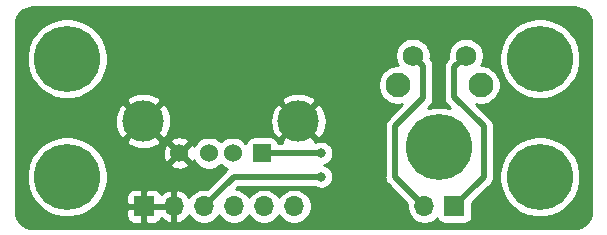
<source format=gbl>
G04 #@! TF.GenerationSoftware,KiCad,Pcbnew,5.1.9+dfsg1-1+deb11u1*
G04 #@! TF.CreationDate,2023-03-07T21:47:34+09:00*
G04 #@! TF.ProjectId,tablet-usb-adapter,7461626c-6574-42d7-9573-622d61646170,rev?*
G04 #@! TF.SameCoordinates,Original*
G04 #@! TF.FileFunction,Copper,L2,Bot*
G04 #@! TF.FilePolarity,Positive*
%FSLAX46Y46*%
G04 Gerber Fmt 4.6, Leading zero omitted, Abs format (unit mm)*
G04 Created by KiCad (PCBNEW 5.1.9+dfsg1-1+deb11u1) date 2023-03-07 21:47:34*
%MOMM*%
%LPD*%
G01*
G04 APERTURE LIST*
G04 #@! TA.AperFunction,ComponentPad*
%ADD10C,5.600000*%
G04 #@! TD*
G04 #@! TA.AperFunction,ComponentPad*
%ADD11R,1.700000X1.700000*%
G04 #@! TD*
G04 #@! TA.AperFunction,ComponentPad*
%ADD12O,1.700000X1.700000*%
G04 #@! TD*
G04 #@! TA.AperFunction,ComponentPad*
%ADD13C,3.500000*%
G04 #@! TD*
G04 #@! TA.AperFunction,ComponentPad*
%ADD14R,1.524000X1.524000*%
G04 #@! TD*
G04 #@! TA.AperFunction,ComponentPad*
%ADD15C,1.524000*%
G04 #@! TD*
G04 #@! TA.AperFunction,ComponentPad*
%ADD16C,2.100000*%
G04 #@! TD*
G04 #@! TA.AperFunction,ComponentPad*
%ADD17C,1.750000*%
G04 #@! TD*
G04 #@! TA.AperFunction,ViaPad*
%ADD18C,0.800000*%
G04 #@! TD*
G04 #@! TA.AperFunction,Conductor*
%ADD19C,0.500000*%
G04 #@! TD*
G04 #@! TA.AperFunction,Conductor*
%ADD20C,0.254000*%
G04 #@! TD*
G04 #@! TA.AperFunction,Conductor*
%ADD21C,0.100000*%
G04 #@! TD*
G04 APERTURE END LIST*
D10*
X151500000Y-117500000D03*
X160000000Y-120000000D03*
X160000000Y-110000000D03*
X120000000Y-120000000D03*
X120000000Y-110000000D03*
D11*
X152790000Y-122500000D03*
D12*
X150250000Y-122500000D03*
D11*
X126500000Y-122500000D03*
D12*
X129040000Y-122500000D03*
X131580000Y-122500000D03*
X134120000Y-122500000D03*
X136660000Y-122500000D03*
X139200000Y-122500000D03*
D13*
X126430000Y-115290000D03*
X139570000Y-115290000D03*
D14*
X136500000Y-118000000D03*
D15*
X134000000Y-118000000D03*
X132000000Y-118000000D03*
X129500000Y-118000000D03*
D16*
X155010000Y-112240000D03*
D17*
X153750000Y-109750000D03*
X149250000Y-109750000D03*
D16*
X148000000Y-112240000D03*
D18*
X141500000Y-120000000D03*
X141500000Y-118000000D03*
D19*
X153750000Y-109750000D02*
X152750000Y-110750000D01*
X155000000Y-120290000D02*
X152790000Y-122500000D01*
X152750000Y-110750000D02*
X152750000Y-113250000D01*
X152750000Y-113250000D02*
X155250000Y-115750000D01*
X155250000Y-120040000D02*
X155000000Y-120290000D01*
X155250000Y-115750000D02*
X155250000Y-120040000D01*
X149250000Y-109750000D02*
X150124999Y-110624999D01*
X150124999Y-110624999D02*
X150124999Y-113375001D01*
X150124999Y-113375001D02*
X147750000Y-115750000D01*
X147750000Y-120000000D02*
X150250000Y-122500000D01*
X147750000Y-115750000D02*
X147750000Y-120000000D01*
X134080000Y-120000000D02*
X141500000Y-120000000D01*
X131580000Y-122500000D02*
X134080000Y-120000000D01*
X136500000Y-118000000D02*
X141500000Y-118000000D01*
D20*
X163259659Y-105688625D02*
X163509429Y-105764035D01*
X163739792Y-105886522D01*
X163941980Y-106051422D01*
X164108286Y-106252450D01*
X164232378Y-106481954D01*
X164309531Y-106731195D01*
X164340000Y-107021089D01*
X164340001Y-122967711D01*
X164311375Y-123259660D01*
X164235965Y-123509429D01*
X164113477Y-123739794D01*
X163948579Y-123941979D01*
X163747546Y-124108288D01*
X163518046Y-124232378D01*
X163268805Y-124309531D01*
X162978911Y-124340000D01*
X117032279Y-124340000D01*
X116740340Y-124311375D01*
X116490571Y-124235965D01*
X116260206Y-124113477D01*
X116058021Y-123948579D01*
X115891712Y-123747546D01*
X115767622Y-123518046D01*
X115690469Y-123268805D01*
X115660000Y-122978911D01*
X115660000Y-119661682D01*
X116565000Y-119661682D01*
X116565000Y-120338318D01*
X116697006Y-121001952D01*
X116955943Y-121627082D01*
X117331862Y-122189685D01*
X117810315Y-122668138D01*
X118372918Y-123044057D01*
X118998048Y-123302994D01*
X119661682Y-123435000D01*
X120338318Y-123435000D01*
X120765638Y-123350000D01*
X125011928Y-123350000D01*
X125024188Y-123474482D01*
X125060498Y-123594180D01*
X125119463Y-123704494D01*
X125198815Y-123801185D01*
X125295506Y-123880537D01*
X125405820Y-123939502D01*
X125525518Y-123975812D01*
X125650000Y-123988072D01*
X126214250Y-123985000D01*
X126373000Y-123826250D01*
X126373000Y-122627000D01*
X126627000Y-122627000D01*
X126627000Y-123826250D01*
X126785750Y-123985000D01*
X127350000Y-123988072D01*
X127474482Y-123975812D01*
X127594180Y-123939502D01*
X127704494Y-123880537D01*
X127801185Y-123801185D01*
X127880537Y-123704494D01*
X127939502Y-123594180D01*
X127963966Y-123513534D01*
X128039731Y-123597588D01*
X128273080Y-123771641D01*
X128535901Y-123896825D01*
X128683110Y-123941476D01*
X128913000Y-123820155D01*
X128913000Y-122627000D01*
X126627000Y-122627000D01*
X126373000Y-122627000D01*
X125173750Y-122627000D01*
X125015000Y-122785750D01*
X125011928Y-123350000D01*
X120765638Y-123350000D01*
X121001952Y-123302994D01*
X121627082Y-123044057D01*
X122189685Y-122668138D01*
X122668138Y-122189685D01*
X123028743Y-121650000D01*
X125011928Y-121650000D01*
X125015000Y-122214250D01*
X125173750Y-122373000D01*
X126373000Y-122373000D01*
X126373000Y-121173750D01*
X126627000Y-121173750D01*
X126627000Y-122373000D01*
X128913000Y-122373000D01*
X128913000Y-121179845D01*
X129167000Y-121179845D01*
X129167000Y-122373000D01*
X129187000Y-122373000D01*
X129187000Y-122627000D01*
X129167000Y-122627000D01*
X129167000Y-123820155D01*
X129396890Y-123941476D01*
X129544099Y-123896825D01*
X129806920Y-123771641D01*
X130040269Y-123597588D01*
X130235178Y-123381355D01*
X130304805Y-123264466D01*
X130426525Y-123446632D01*
X130633368Y-123653475D01*
X130876589Y-123815990D01*
X131146842Y-123927932D01*
X131433740Y-123985000D01*
X131726260Y-123985000D01*
X132013158Y-123927932D01*
X132283411Y-123815990D01*
X132526632Y-123653475D01*
X132733475Y-123446632D01*
X132850000Y-123272240D01*
X132966525Y-123446632D01*
X133173368Y-123653475D01*
X133416589Y-123815990D01*
X133686842Y-123927932D01*
X133973740Y-123985000D01*
X134266260Y-123985000D01*
X134553158Y-123927932D01*
X134823411Y-123815990D01*
X135066632Y-123653475D01*
X135273475Y-123446632D01*
X135390000Y-123272240D01*
X135506525Y-123446632D01*
X135713368Y-123653475D01*
X135956589Y-123815990D01*
X136226842Y-123927932D01*
X136513740Y-123985000D01*
X136806260Y-123985000D01*
X137093158Y-123927932D01*
X137363411Y-123815990D01*
X137606632Y-123653475D01*
X137813475Y-123446632D01*
X137930000Y-123272240D01*
X138046525Y-123446632D01*
X138253368Y-123653475D01*
X138496589Y-123815990D01*
X138766842Y-123927932D01*
X139053740Y-123985000D01*
X139346260Y-123985000D01*
X139633158Y-123927932D01*
X139903411Y-123815990D01*
X140146632Y-123653475D01*
X140353475Y-123446632D01*
X140515990Y-123203411D01*
X140627932Y-122933158D01*
X140685000Y-122646260D01*
X140685000Y-122353740D01*
X140627932Y-122066842D01*
X140515990Y-121796589D01*
X140353475Y-121553368D01*
X140146632Y-121346525D01*
X139903411Y-121184010D01*
X139633158Y-121072068D01*
X139346260Y-121015000D01*
X139053740Y-121015000D01*
X138766842Y-121072068D01*
X138496589Y-121184010D01*
X138253368Y-121346525D01*
X138046525Y-121553368D01*
X137930000Y-121727760D01*
X137813475Y-121553368D01*
X137606632Y-121346525D01*
X137363411Y-121184010D01*
X137093158Y-121072068D01*
X136806260Y-121015000D01*
X136513740Y-121015000D01*
X136226842Y-121072068D01*
X135956589Y-121184010D01*
X135713368Y-121346525D01*
X135506525Y-121553368D01*
X135390000Y-121727760D01*
X135273475Y-121553368D01*
X135066632Y-121346525D01*
X134823411Y-121184010D01*
X134553158Y-121072068D01*
X134308230Y-121023348D01*
X134446579Y-120885000D01*
X140961546Y-120885000D01*
X141009744Y-120917205D01*
X141198102Y-120995226D01*
X141398061Y-121035000D01*
X141601939Y-121035000D01*
X141801898Y-120995226D01*
X141990256Y-120917205D01*
X142159774Y-120803937D01*
X142303937Y-120659774D01*
X142417205Y-120490256D01*
X142495226Y-120301898D01*
X142535000Y-120101939D01*
X142535000Y-119898061D01*
X142495226Y-119698102D01*
X142417205Y-119509744D01*
X142303937Y-119340226D01*
X142159774Y-119196063D01*
X141990256Y-119082795D01*
X141801898Y-119004774D01*
X141777897Y-119000000D01*
X141801898Y-118995226D01*
X141990256Y-118917205D01*
X142159774Y-118803937D01*
X142303937Y-118659774D01*
X142417205Y-118490256D01*
X142495226Y-118301898D01*
X142535000Y-118101939D01*
X142535000Y-117898061D01*
X142495226Y-117698102D01*
X142417205Y-117509744D01*
X142303937Y-117340226D01*
X142159774Y-117196063D01*
X141990256Y-117082795D01*
X141801898Y-117004774D01*
X141601939Y-116965000D01*
X141398061Y-116965000D01*
X141198102Y-117004774D01*
X141009744Y-117082795D01*
X140983106Y-117100594D01*
X141060003Y-116959609D01*
X139570000Y-115469605D01*
X138079997Y-116959609D01*
X138164751Y-117115000D01*
X137887958Y-117115000D01*
X137887812Y-117113518D01*
X137851502Y-116993820D01*
X137792537Y-116883506D01*
X137713185Y-116786815D01*
X137616494Y-116707463D01*
X137506180Y-116648498D01*
X137386482Y-116612188D01*
X137262000Y-116599928D01*
X135738000Y-116599928D01*
X135613518Y-116612188D01*
X135493820Y-116648498D01*
X135383506Y-116707463D01*
X135286815Y-116786815D01*
X135207463Y-116883506D01*
X135148498Y-116993820D01*
X135112188Y-117113518D01*
X135109059Y-117145292D01*
X135085120Y-117109465D01*
X134890535Y-116914880D01*
X134661727Y-116761995D01*
X134407490Y-116656686D01*
X134137592Y-116603000D01*
X133862408Y-116603000D01*
X133592510Y-116656686D01*
X133338273Y-116761995D01*
X133109465Y-116914880D01*
X133000000Y-117024345D01*
X132890535Y-116914880D01*
X132661727Y-116761995D01*
X132407490Y-116656686D01*
X132137592Y-116603000D01*
X131862408Y-116603000D01*
X131592510Y-116656686D01*
X131338273Y-116761995D01*
X131109465Y-116914880D01*
X130914880Y-117109465D01*
X130761995Y-117338273D01*
X130750758Y-117365401D01*
X130705656Y-117281020D01*
X130465565Y-117214040D01*
X129679605Y-118000000D01*
X130465565Y-118785960D01*
X130705656Y-118718980D01*
X130748218Y-118628467D01*
X130761995Y-118661727D01*
X130914880Y-118890535D01*
X131109465Y-119085120D01*
X131338273Y-119238005D01*
X131592510Y-119343314D01*
X131862408Y-119397000D01*
X132137592Y-119397000D01*
X132407490Y-119343314D01*
X132661727Y-119238005D01*
X132890535Y-119085120D01*
X133000000Y-118975655D01*
X133109465Y-119085120D01*
X133338273Y-119238005D01*
X133521155Y-119313758D01*
X133484953Y-119343468D01*
X133484951Y-119343470D01*
X133451183Y-119371183D01*
X133423470Y-119404951D01*
X131798961Y-121029461D01*
X131726260Y-121015000D01*
X131433740Y-121015000D01*
X131146842Y-121072068D01*
X130876589Y-121184010D01*
X130633368Y-121346525D01*
X130426525Y-121553368D01*
X130304805Y-121735534D01*
X130235178Y-121618645D01*
X130040269Y-121402412D01*
X129806920Y-121228359D01*
X129544099Y-121103175D01*
X129396890Y-121058524D01*
X129167000Y-121179845D01*
X128913000Y-121179845D01*
X128683110Y-121058524D01*
X128535901Y-121103175D01*
X128273080Y-121228359D01*
X128039731Y-121402412D01*
X127963966Y-121486466D01*
X127939502Y-121405820D01*
X127880537Y-121295506D01*
X127801185Y-121198815D01*
X127704494Y-121119463D01*
X127594180Y-121060498D01*
X127474482Y-121024188D01*
X127350000Y-121011928D01*
X126785750Y-121015000D01*
X126627000Y-121173750D01*
X126373000Y-121173750D01*
X126214250Y-121015000D01*
X125650000Y-121011928D01*
X125525518Y-121024188D01*
X125405820Y-121060498D01*
X125295506Y-121119463D01*
X125198815Y-121198815D01*
X125119463Y-121295506D01*
X125060498Y-121405820D01*
X125024188Y-121525518D01*
X125011928Y-121650000D01*
X123028743Y-121650000D01*
X123044057Y-121627082D01*
X123302994Y-121001952D01*
X123435000Y-120338318D01*
X123435000Y-119661682D01*
X123302994Y-118998048D01*
X123289540Y-118965565D01*
X128714040Y-118965565D01*
X128781020Y-119205656D01*
X129030048Y-119322756D01*
X129297135Y-119389023D01*
X129572017Y-119401910D01*
X129844133Y-119360922D01*
X130103023Y-119267636D01*
X130218980Y-119205656D01*
X130285960Y-118965565D01*
X129500000Y-118179605D01*
X128714040Y-118965565D01*
X123289540Y-118965565D01*
X123044057Y-118372918D01*
X122843002Y-118072017D01*
X128098090Y-118072017D01*
X128139078Y-118344133D01*
X128232364Y-118603023D01*
X128294344Y-118718980D01*
X128534435Y-118785960D01*
X129320395Y-118000000D01*
X128534435Y-117214040D01*
X128294344Y-117281020D01*
X128177244Y-117530048D01*
X128110977Y-117797135D01*
X128098090Y-118072017D01*
X122843002Y-118072017D01*
X122668138Y-117810315D01*
X122189685Y-117331862D01*
X121632569Y-116959609D01*
X124939997Y-116959609D01*
X125126073Y-117300766D01*
X125543409Y-117516513D01*
X125994815Y-117646696D01*
X126462946Y-117686313D01*
X126929811Y-117633842D01*
X127377468Y-117491297D01*
X127733927Y-117300766D01*
X127879190Y-117034435D01*
X128714040Y-117034435D01*
X129500000Y-117820395D01*
X130285960Y-117034435D01*
X130218980Y-116794344D01*
X129969952Y-116677244D01*
X129702865Y-116610977D01*
X129427983Y-116598090D01*
X129155867Y-116639078D01*
X128896977Y-116732364D01*
X128781020Y-116794344D01*
X128714040Y-117034435D01*
X127879190Y-117034435D01*
X127920003Y-116959609D01*
X126430000Y-115469605D01*
X124939997Y-116959609D01*
X121632569Y-116959609D01*
X121627082Y-116955943D01*
X121001952Y-116697006D01*
X120338318Y-116565000D01*
X119661682Y-116565000D01*
X118998048Y-116697006D01*
X118372918Y-116955943D01*
X117810315Y-117331862D01*
X117331862Y-117810315D01*
X116955943Y-118372918D01*
X116697006Y-118998048D01*
X116565000Y-119661682D01*
X115660000Y-119661682D01*
X115660000Y-115322946D01*
X124033687Y-115322946D01*
X124086158Y-115789811D01*
X124228703Y-116237468D01*
X124419234Y-116593927D01*
X124760391Y-116780003D01*
X126250395Y-115290000D01*
X126609605Y-115290000D01*
X128099609Y-116780003D01*
X128440766Y-116593927D01*
X128656513Y-116176591D01*
X128786696Y-115725185D01*
X128820736Y-115322946D01*
X137173687Y-115322946D01*
X137226158Y-115789811D01*
X137368703Y-116237468D01*
X137559234Y-116593927D01*
X137900391Y-116780003D01*
X139390395Y-115290000D01*
X139749605Y-115290000D01*
X141239609Y-116780003D01*
X141580766Y-116593927D01*
X141796513Y-116176591D01*
X141926696Y-115725185D01*
X141966313Y-115257054D01*
X141913842Y-114790189D01*
X141771297Y-114342532D01*
X141580766Y-113986073D01*
X141239609Y-113799997D01*
X139749605Y-115290000D01*
X139390395Y-115290000D01*
X137900391Y-113799997D01*
X137559234Y-113986073D01*
X137343487Y-114403409D01*
X137213304Y-114854815D01*
X137173687Y-115322946D01*
X128820736Y-115322946D01*
X128826313Y-115257054D01*
X128773842Y-114790189D01*
X128631297Y-114342532D01*
X128440766Y-113986073D01*
X128099609Y-113799997D01*
X126609605Y-115290000D01*
X126250395Y-115290000D01*
X124760391Y-113799997D01*
X124419234Y-113986073D01*
X124203487Y-114403409D01*
X124073304Y-114854815D01*
X124033687Y-115322946D01*
X115660000Y-115322946D01*
X115660000Y-113620391D01*
X124939997Y-113620391D01*
X126430000Y-115110395D01*
X127920003Y-113620391D01*
X138079997Y-113620391D01*
X139570000Y-115110395D01*
X141060003Y-113620391D01*
X140873927Y-113279234D01*
X140456591Y-113063487D01*
X140005185Y-112933304D01*
X139537054Y-112893687D01*
X139070189Y-112946158D01*
X138622532Y-113088703D01*
X138266073Y-113279234D01*
X138079997Y-113620391D01*
X127920003Y-113620391D01*
X127733927Y-113279234D01*
X127316591Y-113063487D01*
X126865185Y-112933304D01*
X126397054Y-112893687D01*
X125930189Y-112946158D01*
X125482532Y-113088703D01*
X125126073Y-113279234D01*
X124939997Y-113620391D01*
X115660000Y-113620391D01*
X115660000Y-109661682D01*
X116565000Y-109661682D01*
X116565000Y-110338318D01*
X116697006Y-111001952D01*
X116955943Y-111627082D01*
X117331862Y-112189685D01*
X117810315Y-112668138D01*
X118372918Y-113044057D01*
X118998048Y-113302994D01*
X119661682Y-113435000D01*
X120338318Y-113435000D01*
X121001952Y-113302994D01*
X121627082Y-113044057D01*
X122189685Y-112668138D01*
X122668138Y-112189685D01*
X122745408Y-112074042D01*
X146315000Y-112074042D01*
X146315000Y-112405958D01*
X146379754Y-112731496D01*
X146506772Y-113038147D01*
X146691175Y-113314125D01*
X146925875Y-113548825D01*
X147201853Y-113733228D01*
X147508504Y-113860246D01*
X147834042Y-113925000D01*
X148165958Y-113925000D01*
X148362520Y-113885901D01*
X147154956Y-115093466D01*
X147121183Y-115121183D01*
X147010589Y-115255942D01*
X146928411Y-115409688D01*
X146877805Y-115576511D01*
X146865000Y-115706524D01*
X146865000Y-115706531D01*
X146860719Y-115750000D01*
X146865000Y-115793469D01*
X146865001Y-119956521D01*
X146860719Y-120000000D01*
X146877805Y-120173490D01*
X146928412Y-120340313D01*
X147010590Y-120494059D01*
X147093468Y-120595046D01*
X147093469Y-120595047D01*
X147121184Y-120628817D01*
X147154951Y-120656529D01*
X148779461Y-122281040D01*
X148765000Y-122353740D01*
X148765000Y-122646260D01*
X148822068Y-122933158D01*
X148934010Y-123203411D01*
X149096525Y-123446632D01*
X149303368Y-123653475D01*
X149546589Y-123815990D01*
X149816842Y-123927932D01*
X150103740Y-123985000D01*
X150396260Y-123985000D01*
X150683158Y-123927932D01*
X150953411Y-123815990D01*
X151196632Y-123653475D01*
X151328487Y-123521620D01*
X151350498Y-123594180D01*
X151409463Y-123704494D01*
X151488815Y-123801185D01*
X151585506Y-123880537D01*
X151695820Y-123939502D01*
X151815518Y-123975812D01*
X151940000Y-123988072D01*
X153640000Y-123988072D01*
X153764482Y-123975812D01*
X153884180Y-123939502D01*
X153994494Y-123880537D01*
X154091185Y-123801185D01*
X154170537Y-123704494D01*
X154229502Y-123594180D01*
X154265812Y-123474482D01*
X154278072Y-123350000D01*
X154278072Y-122263506D01*
X155656532Y-120885047D01*
X155656537Y-120885041D01*
X155845044Y-120696534D01*
X155878817Y-120668817D01*
X155989411Y-120534059D01*
X156071589Y-120380313D01*
X156122195Y-120213490D01*
X156135000Y-120083477D01*
X156135000Y-120083467D01*
X156139281Y-120040001D01*
X156135000Y-119996535D01*
X156135000Y-119661682D01*
X156565000Y-119661682D01*
X156565000Y-120338318D01*
X156697006Y-121001952D01*
X156955943Y-121627082D01*
X157331862Y-122189685D01*
X157810315Y-122668138D01*
X158372918Y-123044057D01*
X158998048Y-123302994D01*
X159661682Y-123435000D01*
X160338318Y-123435000D01*
X161001952Y-123302994D01*
X161627082Y-123044057D01*
X162189685Y-122668138D01*
X162668138Y-122189685D01*
X163044057Y-121627082D01*
X163302994Y-121001952D01*
X163435000Y-120338318D01*
X163435000Y-119661682D01*
X163302994Y-118998048D01*
X163044057Y-118372918D01*
X162668138Y-117810315D01*
X162189685Y-117331862D01*
X161627082Y-116955943D01*
X161001952Y-116697006D01*
X160338318Y-116565000D01*
X159661682Y-116565000D01*
X158998048Y-116697006D01*
X158372918Y-116955943D01*
X157810315Y-117331862D01*
X157331862Y-117810315D01*
X156955943Y-118372918D01*
X156697006Y-118998048D01*
X156565000Y-119661682D01*
X156135000Y-119661682D01*
X156135000Y-115793469D01*
X156139281Y-115750000D01*
X156135000Y-115706531D01*
X156135000Y-115706523D01*
X156122195Y-115576510D01*
X156071589Y-115409687D01*
X155989411Y-115255941D01*
X155906532Y-115154953D01*
X155906530Y-115154951D01*
X155878817Y-115121183D01*
X155845050Y-115093471D01*
X154634996Y-113883418D01*
X154844042Y-113925000D01*
X155175958Y-113925000D01*
X155501496Y-113860246D01*
X155808147Y-113733228D01*
X156084125Y-113548825D01*
X156318825Y-113314125D01*
X156503228Y-113038147D01*
X156630246Y-112731496D01*
X156695000Y-112405958D01*
X156695000Y-112074042D01*
X156630246Y-111748504D01*
X156503228Y-111441853D01*
X156318825Y-111165875D01*
X156084125Y-110931175D01*
X155808147Y-110746772D01*
X155501496Y-110619754D01*
X155175958Y-110555000D01*
X155028177Y-110555000D01*
X155088144Y-110465253D01*
X155201971Y-110190451D01*
X155260000Y-109898722D01*
X155260000Y-109661682D01*
X156565000Y-109661682D01*
X156565000Y-110338318D01*
X156697006Y-111001952D01*
X156955943Y-111627082D01*
X157331862Y-112189685D01*
X157810315Y-112668138D01*
X158372918Y-113044057D01*
X158998048Y-113302994D01*
X159661682Y-113435000D01*
X160338318Y-113435000D01*
X161001952Y-113302994D01*
X161627082Y-113044057D01*
X162189685Y-112668138D01*
X162668138Y-112189685D01*
X163044057Y-111627082D01*
X163302994Y-111001952D01*
X163435000Y-110338318D01*
X163435000Y-109661682D01*
X163302994Y-108998048D01*
X163044057Y-108372918D01*
X162668138Y-107810315D01*
X162189685Y-107331862D01*
X161627082Y-106955943D01*
X161001952Y-106697006D01*
X160338318Y-106565000D01*
X159661682Y-106565000D01*
X158998048Y-106697006D01*
X158372918Y-106955943D01*
X157810315Y-107331862D01*
X157331862Y-107810315D01*
X156955943Y-108372918D01*
X156697006Y-108998048D01*
X156565000Y-109661682D01*
X155260000Y-109661682D01*
X155260000Y-109601278D01*
X155201971Y-109309549D01*
X155088144Y-109034747D01*
X154922893Y-108787431D01*
X154712569Y-108577107D01*
X154465253Y-108411856D01*
X154190451Y-108298029D01*
X153898722Y-108240000D01*
X153601278Y-108240000D01*
X153309549Y-108298029D01*
X153034747Y-108411856D01*
X152787431Y-108577107D01*
X152577107Y-108787431D01*
X152411856Y-109034747D01*
X152298029Y-109309549D01*
X152240000Y-109601278D01*
X152240000Y-109898722D01*
X152258201Y-109990221D01*
X152154956Y-110093466D01*
X152121183Y-110121183D01*
X152010589Y-110255942D01*
X151928411Y-110409688D01*
X151877805Y-110576511D01*
X151865000Y-110706524D01*
X151865000Y-110706531D01*
X151860719Y-110750000D01*
X151865000Y-110793469D01*
X151865001Y-113206521D01*
X151860719Y-113250000D01*
X151877805Y-113423490D01*
X151928412Y-113590313D01*
X152010590Y-113744059D01*
X152093468Y-113845046D01*
X152093471Y-113845049D01*
X152121184Y-113878817D01*
X152154951Y-113906529D01*
X152431393Y-114182971D01*
X151838318Y-114065000D01*
X151161682Y-114065000D01*
X150568608Y-114182971D01*
X150720048Y-114031531D01*
X150753816Y-114003818D01*
X150864410Y-113869060D01*
X150946588Y-113715314D01*
X150997194Y-113548491D01*
X151009999Y-113418478D01*
X151009999Y-113418470D01*
X151014280Y-113375001D01*
X151009999Y-113331532D01*
X151009999Y-110668464D01*
X151014280Y-110624998D01*
X151009999Y-110581532D01*
X151009999Y-110581522D01*
X150997194Y-110451509D01*
X150946588Y-110284686D01*
X150864410Y-110130940D01*
X150753816Y-109996182D01*
X150742467Y-109986868D01*
X150760000Y-109898722D01*
X150760000Y-109601278D01*
X150701971Y-109309549D01*
X150588144Y-109034747D01*
X150422893Y-108787431D01*
X150212569Y-108577107D01*
X149965253Y-108411856D01*
X149690451Y-108298029D01*
X149398722Y-108240000D01*
X149101278Y-108240000D01*
X148809549Y-108298029D01*
X148534747Y-108411856D01*
X148287431Y-108577107D01*
X148077107Y-108787431D01*
X147911856Y-109034747D01*
X147798029Y-109309549D01*
X147740000Y-109601278D01*
X147740000Y-109898722D01*
X147798029Y-110190451D01*
X147911856Y-110465253D01*
X147971823Y-110555000D01*
X147834042Y-110555000D01*
X147508504Y-110619754D01*
X147201853Y-110746772D01*
X146925875Y-110931175D01*
X146691175Y-111165875D01*
X146506772Y-111441853D01*
X146379754Y-111748504D01*
X146315000Y-112074042D01*
X122745408Y-112074042D01*
X123044057Y-111627082D01*
X123302994Y-111001952D01*
X123435000Y-110338318D01*
X123435000Y-109661682D01*
X123302994Y-108998048D01*
X123044057Y-108372918D01*
X122668138Y-107810315D01*
X122189685Y-107331862D01*
X121627082Y-106955943D01*
X121001952Y-106697006D01*
X120338318Y-106565000D01*
X119661682Y-106565000D01*
X118998048Y-106697006D01*
X118372918Y-106955943D01*
X117810315Y-107331862D01*
X117331862Y-107810315D01*
X116955943Y-108372918D01*
X116697006Y-108998048D01*
X116565000Y-109661682D01*
X115660000Y-109661682D01*
X115660000Y-107032279D01*
X115688625Y-106740341D01*
X115764035Y-106490571D01*
X115886522Y-106260208D01*
X116051422Y-106058020D01*
X116252450Y-105891714D01*
X116481954Y-105767622D01*
X116731195Y-105690469D01*
X117021088Y-105660000D01*
X162967721Y-105660000D01*
X163259659Y-105688625D01*
G04 #@! TA.AperFunction,Conductor*
D21*
G36*
X163259659Y-105688625D02*
G01*
X163509429Y-105764035D01*
X163739792Y-105886522D01*
X163941980Y-106051422D01*
X164108286Y-106252450D01*
X164232378Y-106481954D01*
X164309531Y-106731195D01*
X164340000Y-107021089D01*
X164340001Y-122967711D01*
X164311375Y-123259660D01*
X164235965Y-123509429D01*
X164113477Y-123739794D01*
X163948579Y-123941979D01*
X163747546Y-124108288D01*
X163518046Y-124232378D01*
X163268805Y-124309531D01*
X162978911Y-124340000D01*
X117032279Y-124340000D01*
X116740340Y-124311375D01*
X116490571Y-124235965D01*
X116260206Y-124113477D01*
X116058021Y-123948579D01*
X115891712Y-123747546D01*
X115767622Y-123518046D01*
X115690469Y-123268805D01*
X115660000Y-122978911D01*
X115660000Y-119661682D01*
X116565000Y-119661682D01*
X116565000Y-120338318D01*
X116697006Y-121001952D01*
X116955943Y-121627082D01*
X117331862Y-122189685D01*
X117810315Y-122668138D01*
X118372918Y-123044057D01*
X118998048Y-123302994D01*
X119661682Y-123435000D01*
X120338318Y-123435000D01*
X120765638Y-123350000D01*
X125011928Y-123350000D01*
X125024188Y-123474482D01*
X125060498Y-123594180D01*
X125119463Y-123704494D01*
X125198815Y-123801185D01*
X125295506Y-123880537D01*
X125405820Y-123939502D01*
X125525518Y-123975812D01*
X125650000Y-123988072D01*
X126214250Y-123985000D01*
X126373000Y-123826250D01*
X126373000Y-122627000D01*
X126627000Y-122627000D01*
X126627000Y-123826250D01*
X126785750Y-123985000D01*
X127350000Y-123988072D01*
X127474482Y-123975812D01*
X127594180Y-123939502D01*
X127704494Y-123880537D01*
X127801185Y-123801185D01*
X127880537Y-123704494D01*
X127939502Y-123594180D01*
X127963966Y-123513534D01*
X128039731Y-123597588D01*
X128273080Y-123771641D01*
X128535901Y-123896825D01*
X128683110Y-123941476D01*
X128913000Y-123820155D01*
X128913000Y-122627000D01*
X126627000Y-122627000D01*
X126373000Y-122627000D01*
X125173750Y-122627000D01*
X125015000Y-122785750D01*
X125011928Y-123350000D01*
X120765638Y-123350000D01*
X121001952Y-123302994D01*
X121627082Y-123044057D01*
X122189685Y-122668138D01*
X122668138Y-122189685D01*
X123028743Y-121650000D01*
X125011928Y-121650000D01*
X125015000Y-122214250D01*
X125173750Y-122373000D01*
X126373000Y-122373000D01*
X126373000Y-121173750D01*
X126627000Y-121173750D01*
X126627000Y-122373000D01*
X128913000Y-122373000D01*
X128913000Y-121179845D01*
X129167000Y-121179845D01*
X129167000Y-122373000D01*
X129187000Y-122373000D01*
X129187000Y-122627000D01*
X129167000Y-122627000D01*
X129167000Y-123820155D01*
X129396890Y-123941476D01*
X129544099Y-123896825D01*
X129806920Y-123771641D01*
X130040269Y-123597588D01*
X130235178Y-123381355D01*
X130304805Y-123264466D01*
X130426525Y-123446632D01*
X130633368Y-123653475D01*
X130876589Y-123815990D01*
X131146842Y-123927932D01*
X131433740Y-123985000D01*
X131726260Y-123985000D01*
X132013158Y-123927932D01*
X132283411Y-123815990D01*
X132526632Y-123653475D01*
X132733475Y-123446632D01*
X132850000Y-123272240D01*
X132966525Y-123446632D01*
X133173368Y-123653475D01*
X133416589Y-123815990D01*
X133686842Y-123927932D01*
X133973740Y-123985000D01*
X134266260Y-123985000D01*
X134553158Y-123927932D01*
X134823411Y-123815990D01*
X135066632Y-123653475D01*
X135273475Y-123446632D01*
X135390000Y-123272240D01*
X135506525Y-123446632D01*
X135713368Y-123653475D01*
X135956589Y-123815990D01*
X136226842Y-123927932D01*
X136513740Y-123985000D01*
X136806260Y-123985000D01*
X137093158Y-123927932D01*
X137363411Y-123815990D01*
X137606632Y-123653475D01*
X137813475Y-123446632D01*
X137930000Y-123272240D01*
X138046525Y-123446632D01*
X138253368Y-123653475D01*
X138496589Y-123815990D01*
X138766842Y-123927932D01*
X139053740Y-123985000D01*
X139346260Y-123985000D01*
X139633158Y-123927932D01*
X139903411Y-123815990D01*
X140146632Y-123653475D01*
X140353475Y-123446632D01*
X140515990Y-123203411D01*
X140627932Y-122933158D01*
X140685000Y-122646260D01*
X140685000Y-122353740D01*
X140627932Y-122066842D01*
X140515990Y-121796589D01*
X140353475Y-121553368D01*
X140146632Y-121346525D01*
X139903411Y-121184010D01*
X139633158Y-121072068D01*
X139346260Y-121015000D01*
X139053740Y-121015000D01*
X138766842Y-121072068D01*
X138496589Y-121184010D01*
X138253368Y-121346525D01*
X138046525Y-121553368D01*
X137930000Y-121727760D01*
X137813475Y-121553368D01*
X137606632Y-121346525D01*
X137363411Y-121184010D01*
X137093158Y-121072068D01*
X136806260Y-121015000D01*
X136513740Y-121015000D01*
X136226842Y-121072068D01*
X135956589Y-121184010D01*
X135713368Y-121346525D01*
X135506525Y-121553368D01*
X135390000Y-121727760D01*
X135273475Y-121553368D01*
X135066632Y-121346525D01*
X134823411Y-121184010D01*
X134553158Y-121072068D01*
X134308230Y-121023348D01*
X134446579Y-120885000D01*
X140961546Y-120885000D01*
X141009744Y-120917205D01*
X141198102Y-120995226D01*
X141398061Y-121035000D01*
X141601939Y-121035000D01*
X141801898Y-120995226D01*
X141990256Y-120917205D01*
X142159774Y-120803937D01*
X142303937Y-120659774D01*
X142417205Y-120490256D01*
X142495226Y-120301898D01*
X142535000Y-120101939D01*
X142535000Y-119898061D01*
X142495226Y-119698102D01*
X142417205Y-119509744D01*
X142303937Y-119340226D01*
X142159774Y-119196063D01*
X141990256Y-119082795D01*
X141801898Y-119004774D01*
X141777897Y-119000000D01*
X141801898Y-118995226D01*
X141990256Y-118917205D01*
X142159774Y-118803937D01*
X142303937Y-118659774D01*
X142417205Y-118490256D01*
X142495226Y-118301898D01*
X142535000Y-118101939D01*
X142535000Y-117898061D01*
X142495226Y-117698102D01*
X142417205Y-117509744D01*
X142303937Y-117340226D01*
X142159774Y-117196063D01*
X141990256Y-117082795D01*
X141801898Y-117004774D01*
X141601939Y-116965000D01*
X141398061Y-116965000D01*
X141198102Y-117004774D01*
X141009744Y-117082795D01*
X140983106Y-117100594D01*
X141060003Y-116959609D01*
X139570000Y-115469605D01*
X138079997Y-116959609D01*
X138164751Y-117115000D01*
X137887958Y-117115000D01*
X137887812Y-117113518D01*
X137851502Y-116993820D01*
X137792537Y-116883506D01*
X137713185Y-116786815D01*
X137616494Y-116707463D01*
X137506180Y-116648498D01*
X137386482Y-116612188D01*
X137262000Y-116599928D01*
X135738000Y-116599928D01*
X135613518Y-116612188D01*
X135493820Y-116648498D01*
X135383506Y-116707463D01*
X135286815Y-116786815D01*
X135207463Y-116883506D01*
X135148498Y-116993820D01*
X135112188Y-117113518D01*
X135109059Y-117145292D01*
X135085120Y-117109465D01*
X134890535Y-116914880D01*
X134661727Y-116761995D01*
X134407490Y-116656686D01*
X134137592Y-116603000D01*
X133862408Y-116603000D01*
X133592510Y-116656686D01*
X133338273Y-116761995D01*
X133109465Y-116914880D01*
X133000000Y-117024345D01*
X132890535Y-116914880D01*
X132661727Y-116761995D01*
X132407490Y-116656686D01*
X132137592Y-116603000D01*
X131862408Y-116603000D01*
X131592510Y-116656686D01*
X131338273Y-116761995D01*
X131109465Y-116914880D01*
X130914880Y-117109465D01*
X130761995Y-117338273D01*
X130750758Y-117365401D01*
X130705656Y-117281020D01*
X130465565Y-117214040D01*
X129679605Y-118000000D01*
X130465565Y-118785960D01*
X130705656Y-118718980D01*
X130748218Y-118628467D01*
X130761995Y-118661727D01*
X130914880Y-118890535D01*
X131109465Y-119085120D01*
X131338273Y-119238005D01*
X131592510Y-119343314D01*
X131862408Y-119397000D01*
X132137592Y-119397000D01*
X132407490Y-119343314D01*
X132661727Y-119238005D01*
X132890535Y-119085120D01*
X133000000Y-118975655D01*
X133109465Y-119085120D01*
X133338273Y-119238005D01*
X133521155Y-119313758D01*
X133484953Y-119343468D01*
X133484951Y-119343470D01*
X133451183Y-119371183D01*
X133423470Y-119404951D01*
X131798961Y-121029461D01*
X131726260Y-121015000D01*
X131433740Y-121015000D01*
X131146842Y-121072068D01*
X130876589Y-121184010D01*
X130633368Y-121346525D01*
X130426525Y-121553368D01*
X130304805Y-121735534D01*
X130235178Y-121618645D01*
X130040269Y-121402412D01*
X129806920Y-121228359D01*
X129544099Y-121103175D01*
X129396890Y-121058524D01*
X129167000Y-121179845D01*
X128913000Y-121179845D01*
X128683110Y-121058524D01*
X128535901Y-121103175D01*
X128273080Y-121228359D01*
X128039731Y-121402412D01*
X127963966Y-121486466D01*
X127939502Y-121405820D01*
X127880537Y-121295506D01*
X127801185Y-121198815D01*
X127704494Y-121119463D01*
X127594180Y-121060498D01*
X127474482Y-121024188D01*
X127350000Y-121011928D01*
X126785750Y-121015000D01*
X126627000Y-121173750D01*
X126373000Y-121173750D01*
X126214250Y-121015000D01*
X125650000Y-121011928D01*
X125525518Y-121024188D01*
X125405820Y-121060498D01*
X125295506Y-121119463D01*
X125198815Y-121198815D01*
X125119463Y-121295506D01*
X125060498Y-121405820D01*
X125024188Y-121525518D01*
X125011928Y-121650000D01*
X123028743Y-121650000D01*
X123044057Y-121627082D01*
X123302994Y-121001952D01*
X123435000Y-120338318D01*
X123435000Y-119661682D01*
X123302994Y-118998048D01*
X123289540Y-118965565D01*
X128714040Y-118965565D01*
X128781020Y-119205656D01*
X129030048Y-119322756D01*
X129297135Y-119389023D01*
X129572017Y-119401910D01*
X129844133Y-119360922D01*
X130103023Y-119267636D01*
X130218980Y-119205656D01*
X130285960Y-118965565D01*
X129500000Y-118179605D01*
X128714040Y-118965565D01*
X123289540Y-118965565D01*
X123044057Y-118372918D01*
X122843002Y-118072017D01*
X128098090Y-118072017D01*
X128139078Y-118344133D01*
X128232364Y-118603023D01*
X128294344Y-118718980D01*
X128534435Y-118785960D01*
X129320395Y-118000000D01*
X128534435Y-117214040D01*
X128294344Y-117281020D01*
X128177244Y-117530048D01*
X128110977Y-117797135D01*
X128098090Y-118072017D01*
X122843002Y-118072017D01*
X122668138Y-117810315D01*
X122189685Y-117331862D01*
X121632569Y-116959609D01*
X124939997Y-116959609D01*
X125126073Y-117300766D01*
X125543409Y-117516513D01*
X125994815Y-117646696D01*
X126462946Y-117686313D01*
X126929811Y-117633842D01*
X127377468Y-117491297D01*
X127733927Y-117300766D01*
X127879190Y-117034435D01*
X128714040Y-117034435D01*
X129500000Y-117820395D01*
X130285960Y-117034435D01*
X130218980Y-116794344D01*
X129969952Y-116677244D01*
X129702865Y-116610977D01*
X129427983Y-116598090D01*
X129155867Y-116639078D01*
X128896977Y-116732364D01*
X128781020Y-116794344D01*
X128714040Y-117034435D01*
X127879190Y-117034435D01*
X127920003Y-116959609D01*
X126430000Y-115469605D01*
X124939997Y-116959609D01*
X121632569Y-116959609D01*
X121627082Y-116955943D01*
X121001952Y-116697006D01*
X120338318Y-116565000D01*
X119661682Y-116565000D01*
X118998048Y-116697006D01*
X118372918Y-116955943D01*
X117810315Y-117331862D01*
X117331862Y-117810315D01*
X116955943Y-118372918D01*
X116697006Y-118998048D01*
X116565000Y-119661682D01*
X115660000Y-119661682D01*
X115660000Y-115322946D01*
X124033687Y-115322946D01*
X124086158Y-115789811D01*
X124228703Y-116237468D01*
X124419234Y-116593927D01*
X124760391Y-116780003D01*
X126250395Y-115290000D01*
X126609605Y-115290000D01*
X128099609Y-116780003D01*
X128440766Y-116593927D01*
X128656513Y-116176591D01*
X128786696Y-115725185D01*
X128820736Y-115322946D01*
X137173687Y-115322946D01*
X137226158Y-115789811D01*
X137368703Y-116237468D01*
X137559234Y-116593927D01*
X137900391Y-116780003D01*
X139390395Y-115290000D01*
X139749605Y-115290000D01*
X141239609Y-116780003D01*
X141580766Y-116593927D01*
X141796513Y-116176591D01*
X141926696Y-115725185D01*
X141966313Y-115257054D01*
X141913842Y-114790189D01*
X141771297Y-114342532D01*
X141580766Y-113986073D01*
X141239609Y-113799997D01*
X139749605Y-115290000D01*
X139390395Y-115290000D01*
X137900391Y-113799997D01*
X137559234Y-113986073D01*
X137343487Y-114403409D01*
X137213304Y-114854815D01*
X137173687Y-115322946D01*
X128820736Y-115322946D01*
X128826313Y-115257054D01*
X128773842Y-114790189D01*
X128631297Y-114342532D01*
X128440766Y-113986073D01*
X128099609Y-113799997D01*
X126609605Y-115290000D01*
X126250395Y-115290000D01*
X124760391Y-113799997D01*
X124419234Y-113986073D01*
X124203487Y-114403409D01*
X124073304Y-114854815D01*
X124033687Y-115322946D01*
X115660000Y-115322946D01*
X115660000Y-113620391D01*
X124939997Y-113620391D01*
X126430000Y-115110395D01*
X127920003Y-113620391D01*
X138079997Y-113620391D01*
X139570000Y-115110395D01*
X141060003Y-113620391D01*
X140873927Y-113279234D01*
X140456591Y-113063487D01*
X140005185Y-112933304D01*
X139537054Y-112893687D01*
X139070189Y-112946158D01*
X138622532Y-113088703D01*
X138266073Y-113279234D01*
X138079997Y-113620391D01*
X127920003Y-113620391D01*
X127733927Y-113279234D01*
X127316591Y-113063487D01*
X126865185Y-112933304D01*
X126397054Y-112893687D01*
X125930189Y-112946158D01*
X125482532Y-113088703D01*
X125126073Y-113279234D01*
X124939997Y-113620391D01*
X115660000Y-113620391D01*
X115660000Y-109661682D01*
X116565000Y-109661682D01*
X116565000Y-110338318D01*
X116697006Y-111001952D01*
X116955943Y-111627082D01*
X117331862Y-112189685D01*
X117810315Y-112668138D01*
X118372918Y-113044057D01*
X118998048Y-113302994D01*
X119661682Y-113435000D01*
X120338318Y-113435000D01*
X121001952Y-113302994D01*
X121627082Y-113044057D01*
X122189685Y-112668138D01*
X122668138Y-112189685D01*
X122745408Y-112074042D01*
X146315000Y-112074042D01*
X146315000Y-112405958D01*
X146379754Y-112731496D01*
X146506772Y-113038147D01*
X146691175Y-113314125D01*
X146925875Y-113548825D01*
X147201853Y-113733228D01*
X147508504Y-113860246D01*
X147834042Y-113925000D01*
X148165958Y-113925000D01*
X148362520Y-113885901D01*
X147154956Y-115093466D01*
X147121183Y-115121183D01*
X147010589Y-115255942D01*
X146928411Y-115409688D01*
X146877805Y-115576511D01*
X146865000Y-115706524D01*
X146865000Y-115706531D01*
X146860719Y-115750000D01*
X146865000Y-115793469D01*
X146865001Y-119956521D01*
X146860719Y-120000000D01*
X146877805Y-120173490D01*
X146928412Y-120340313D01*
X147010590Y-120494059D01*
X147093468Y-120595046D01*
X147093469Y-120595047D01*
X147121184Y-120628817D01*
X147154951Y-120656529D01*
X148779461Y-122281040D01*
X148765000Y-122353740D01*
X148765000Y-122646260D01*
X148822068Y-122933158D01*
X148934010Y-123203411D01*
X149096525Y-123446632D01*
X149303368Y-123653475D01*
X149546589Y-123815990D01*
X149816842Y-123927932D01*
X150103740Y-123985000D01*
X150396260Y-123985000D01*
X150683158Y-123927932D01*
X150953411Y-123815990D01*
X151196632Y-123653475D01*
X151328487Y-123521620D01*
X151350498Y-123594180D01*
X151409463Y-123704494D01*
X151488815Y-123801185D01*
X151585506Y-123880537D01*
X151695820Y-123939502D01*
X151815518Y-123975812D01*
X151940000Y-123988072D01*
X153640000Y-123988072D01*
X153764482Y-123975812D01*
X153884180Y-123939502D01*
X153994494Y-123880537D01*
X154091185Y-123801185D01*
X154170537Y-123704494D01*
X154229502Y-123594180D01*
X154265812Y-123474482D01*
X154278072Y-123350000D01*
X154278072Y-122263506D01*
X155656532Y-120885047D01*
X155656537Y-120885041D01*
X155845044Y-120696534D01*
X155878817Y-120668817D01*
X155989411Y-120534059D01*
X156071589Y-120380313D01*
X156122195Y-120213490D01*
X156135000Y-120083477D01*
X156135000Y-120083467D01*
X156139281Y-120040001D01*
X156135000Y-119996535D01*
X156135000Y-119661682D01*
X156565000Y-119661682D01*
X156565000Y-120338318D01*
X156697006Y-121001952D01*
X156955943Y-121627082D01*
X157331862Y-122189685D01*
X157810315Y-122668138D01*
X158372918Y-123044057D01*
X158998048Y-123302994D01*
X159661682Y-123435000D01*
X160338318Y-123435000D01*
X161001952Y-123302994D01*
X161627082Y-123044057D01*
X162189685Y-122668138D01*
X162668138Y-122189685D01*
X163044057Y-121627082D01*
X163302994Y-121001952D01*
X163435000Y-120338318D01*
X163435000Y-119661682D01*
X163302994Y-118998048D01*
X163044057Y-118372918D01*
X162668138Y-117810315D01*
X162189685Y-117331862D01*
X161627082Y-116955943D01*
X161001952Y-116697006D01*
X160338318Y-116565000D01*
X159661682Y-116565000D01*
X158998048Y-116697006D01*
X158372918Y-116955943D01*
X157810315Y-117331862D01*
X157331862Y-117810315D01*
X156955943Y-118372918D01*
X156697006Y-118998048D01*
X156565000Y-119661682D01*
X156135000Y-119661682D01*
X156135000Y-115793469D01*
X156139281Y-115750000D01*
X156135000Y-115706531D01*
X156135000Y-115706523D01*
X156122195Y-115576510D01*
X156071589Y-115409687D01*
X155989411Y-115255941D01*
X155906532Y-115154953D01*
X155906530Y-115154951D01*
X155878817Y-115121183D01*
X155845050Y-115093471D01*
X154634996Y-113883418D01*
X154844042Y-113925000D01*
X155175958Y-113925000D01*
X155501496Y-113860246D01*
X155808147Y-113733228D01*
X156084125Y-113548825D01*
X156318825Y-113314125D01*
X156503228Y-113038147D01*
X156630246Y-112731496D01*
X156695000Y-112405958D01*
X156695000Y-112074042D01*
X156630246Y-111748504D01*
X156503228Y-111441853D01*
X156318825Y-111165875D01*
X156084125Y-110931175D01*
X155808147Y-110746772D01*
X155501496Y-110619754D01*
X155175958Y-110555000D01*
X155028177Y-110555000D01*
X155088144Y-110465253D01*
X155201971Y-110190451D01*
X155260000Y-109898722D01*
X155260000Y-109661682D01*
X156565000Y-109661682D01*
X156565000Y-110338318D01*
X156697006Y-111001952D01*
X156955943Y-111627082D01*
X157331862Y-112189685D01*
X157810315Y-112668138D01*
X158372918Y-113044057D01*
X158998048Y-113302994D01*
X159661682Y-113435000D01*
X160338318Y-113435000D01*
X161001952Y-113302994D01*
X161627082Y-113044057D01*
X162189685Y-112668138D01*
X162668138Y-112189685D01*
X163044057Y-111627082D01*
X163302994Y-111001952D01*
X163435000Y-110338318D01*
X163435000Y-109661682D01*
X163302994Y-108998048D01*
X163044057Y-108372918D01*
X162668138Y-107810315D01*
X162189685Y-107331862D01*
X161627082Y-106955943D01*
X161001952Y-106697006D01*
X160338318Y-106565000D01*
X159661682Y-106565000D01*
X158998048Y-106697006D01*
X158372918Y-106955943D01*
X157810315Y-107331862D01*
X157331862Y-107810315D01*
X156955943Y-108372918D01*
X156697006Y-108998048D01*
X156565000Y-109661682D01*
X155260000Y-109661682D01*
X155260000Y-109601278D01*
X155201971Y-109309549D01*
X155088144Y-109034747D01*
X154922893Y-108787431D01*
X154712569Y-108577107D01*
X154465253Y-108411856D01*
X154190451Y-108298029D01*
X153898722Y-108240000D01*
X153601278Y-108240000D01*
X153309549Y-108298029D01*
X153034747Y-108411856D01*
X152787431Y-108577107D01*
X152577107Y-108787431D01*
X152411856Y-109034747D01*
X152298029Y-109309549D01*
X152240000Y-109601278D01*
X152240000Y-109898722D01*
X152258201Y-109990221D01*
X152154956Y-110093466D01*
X152121183Y-110121183D01*
X152010589Y-110255942D01*
X151928411Y-110409688D01*
X151877805Y-110576511D01*
X151865000Y-110706524D01*
X151865000Y-110706531D01*
X151860719Y-110750000D01*
X151865000Y-110793469D01*
X151865001Y-113206521D01*
X151860719Y-113250000D01*
X151877805Y-113423490D01*
X151928412Y-113590313D01*
X152010590Y-113744059D01*
X152093468Y-113845046D01*
X152093471Y-113845049D01*
X152121184Y-113878817D01*
X152154951Y-113906529D01*
X152431393Y-114182971D01*
X151838318Y-114065000D01*
X151161682Y-114065000D01*
X150568608Y-114182971D01*
X150720048Y-114031531D01*
X150753816Y-114003818D01*
X150864410Y-113869060D01*
X150946588Y-113715314D01*
X150997194Y-113548491D01*
X151009999Y-113418478D01*
X151009999Y-113418470D01*
X151014280Y-113375001D01*
X151009999Y-113331532D01*
X151009999Y-110668464D01*
X151014280Y-110624998D01*
X151009999Y-110581532D01*
X151009999Y-110581522D01*
X150997194Y-110451509D01*
X150946588Y-110284686D01*
X150864410Y-110130940D01*
X150753816Y-109996182D01*
X150742467Y-109986868D01*
X150760000Y-109898722D01*
X150760000Y-109601278D01*
X150701971Y-109309549D01*
X150588144Y-109034747D01*
X150422893Y-108787431D01*
X150212569Y-108577107D01*
X149965253Y-108411856D01*
X149690451Y-108298029D01*
X149398722Y-108240000D01*
X149101278Y-108240000D01*
X148809549Y-108298029D01*
X148534747Y-108411856D01*
X148287431Y-108577107D01*
X148077107Y-108787431D01*
X147911856Y-109034747D01*
X147798029Y-109309549D01*
X147740000Y-109601278D01*
X147740000Y-109898722D01*
X147798029Y-110190451D01*
X147911856Y-110465253D01*
X147971823Y-110555000D01*
X147834042Y-110555000D01*
X147508504Y-110619754D01*
X147201853Y-110746772D01*
X146925875Y-110931175D01*
X146691175Y-111165875D01*
X146506772Y-111441853D01*
X146379754Y-111748504D01*
X146315000Y-112074042D01*
X122745408Y-112074042D01*
X123044057Y-111627082D01*
X123302994Y-111001952D01*
X123435000Y-110338318D01*
X123435000Y-109661682D01*
X123302994Y-108998048D01*
X123044057Y-108372918D01*
X122668138Y-107810315D01*
X122189685Y-107331862D01*
X121627082Y-106955943D01*
X121001952Y-106697006D01*
X120338318Y-106565000D01*
X119661682Y-106565000D01*
X118998048Y-106697006D01*
X118372918Y-106955943D01*
X117810315Y-107331862D01*
X117331862Y-107810315D01*
X116955943Y-108372918D01*
X116697006Y-108998048D01*
X116565000Y-109661682D01*
X115660000Y-109661682D01*
X115660000Y-107032279D01*
X115688625Y-106740341D01*
X115764035Y-106490571D01*
X115886522Y-106260208D01*
X116051422Y-106058020D01*
X116252450Y-105891714D01*
X116481954Y-105767622D01*
X116731195Y-105690469D01*
X117021088Y-105660000D01*
X162967721Y-105660000D01*
X163259659Y-105688625D01*
G37*
G04 #@! TD.AperFunction*
M02*

</source>
